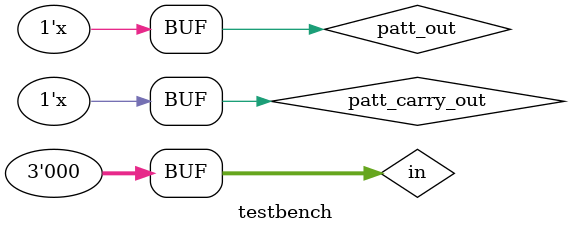
<source format=v>
module testbench;
    reg [2:0] in;

	wire patt_out,out;
	wire patt_carry_out,carryout;

    initial begin
         $dumpfile("testbench.vcd");
         $dumpvars(0, testbench);

        #5 in = 0;
        repeat (10000) begin
            #5 in = in + 1;
        end

        $display("OKAY");
    end

    top uut (
	.x(in[0]),
	.y(in[1]),
	.cin(in[2]),
	.A(out),
	.cout(carryout)
	);

	assign {patt_carry_out,patt_out} =  in[2] % in[1] / in[0];

	assert_Z out_test(in[0], out);
	assert_Z carry_test(in[0], carryout);

endmodule


</source>
